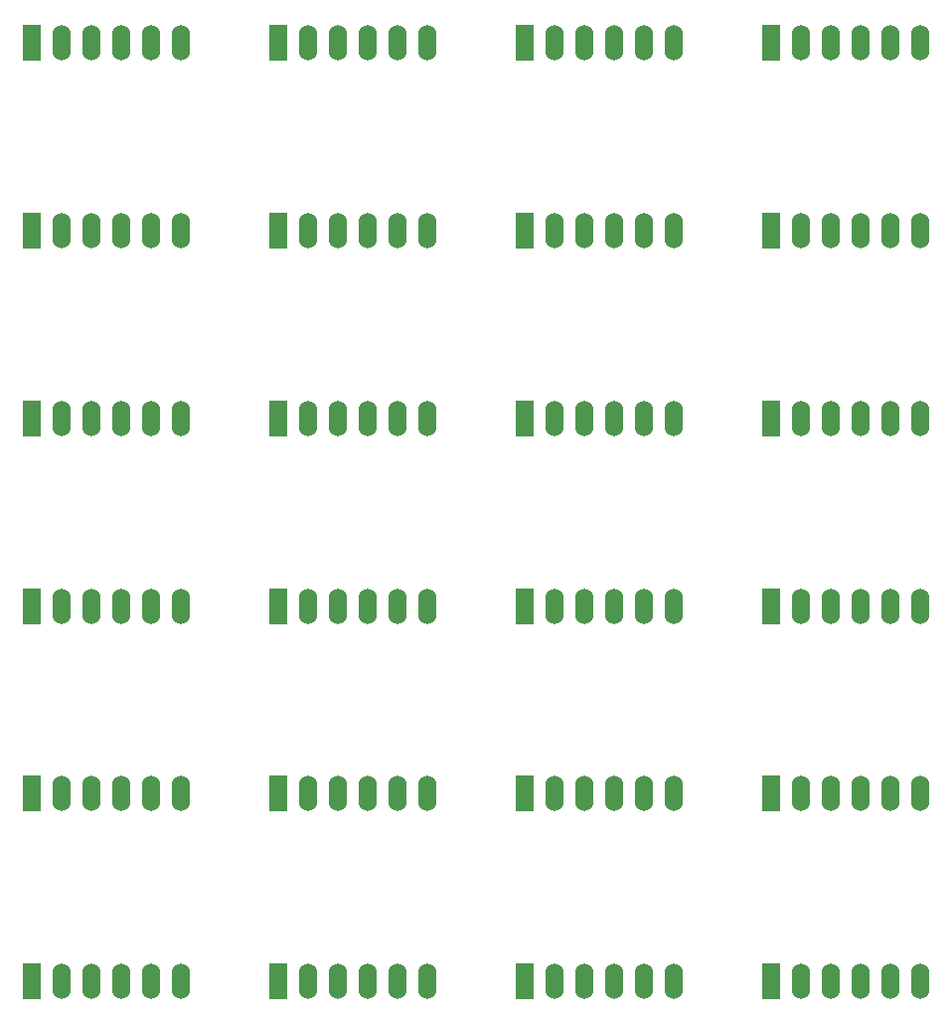
<source format=gbp>
G04 #@! TF.FileFunction,Paste,Bot*
%FSLAX46Y46*%
G04 Gerber Fmt 4.6, Leading zero omitted, Abs format (unit mm)*
G04 Created by KiCad (PCBNEW 4.0.1-stable) date 2017/03/05 0:18:17*
%MOMM*%
G01*
G04 APERTURE LIST*
%ADD10C,0.100000*%
%ADD11R,1.524000X3.048000*%
%ADD12O,1.524000X3.048000*%
G04 APERTURE END LIST*
D10*
D11*
X180650000Y-151000000D03*
D12*
X183190000Y-151000000D03*
X185730000Y-151000000D03*
X188270000Y-151000000D03*
X190810000Y-151000000D03*
X193350000Y-151000000D03*
D11*
X180650000Y-135000000D03*
D12*
X183190000Y-135000000D03*
X185730000Y-135000000D03*
X188270000Y-135000000D03*
X190810000Y-135000000D03*
X193350000Y-135000000D03*
D11*
X138650000Y-135000000D03*
D12*
X141190000Y-135000000D03*
X143730000Y-135000000D03*
X146270000Y-135000000D03*
X148810000Y-135000000D03*
X151350000Y-135000000D03*
D11*
X138650000Y-151000000D03*
D12*
X141190000Y-151000000D03*
X143730000Y-151000000D03*
X146270000Y-151000000D03*
X148810000Y-151000000D03*
X151350000Y-151000000D03*
D11*
X201650000Y-135000000D03*
D12*
X204190000Y-135000000D03*
X206730000Y-135000000D03*
X209270000Y-135000000D03*
X211810000Y-135000000D03*
X214350000Y-135000000D03*
D11*
X201650000Y-151000000D03*
D12*
X204190000Y-151000000D03*
X206730000Y-151000000D03*
X209270000Y-151000000D03*
X211810000Y-151000000D03*
X214350000Y-151000000D03*
D11*
X159650000Y-135000000D03*
D12*
X162190000Y-135000000D03*
X164730000Y-135000000D03*
X167270000Y-135000000D03*
X169810000Y-135000000D03*
X172350000Y-135000000D03*
D11*
X159650000Y-151000000D03*
D12*
X162190000Y-151000000D03*
X164730000Y-151000000D03*
X167270000Y-151000000D03*
X169810000Y-151000000D03*
X172350000Y-151000000D03*
D11*
X201650000Y-119000000D03*
D12*
X204190000Y-119000000D03*
X206730000Y-119000000D03*
X209270000Y-119000000D03*
X211810000Y-119000000D03*
X214350000Y-119000000D03*
D11*
X180650000Y-119000000D03*
D12*
X183190000Y-119000000D03*
X185730000Y-119000000D03*
X188270000Y-119000000D03*
X190810000Y-119000000D03*
X193350000Y-119000000D03*
D11*
X138650000Y-119000000D03*
D12*
X141190000Y-119000000D03*
X143730000Y-119000000D03*
X146270000Y-119000000D03*
X148810000Y-119000000D03*
X151350000Y-119000000D03*
D11*
X159650000Y-119000000D03*
D12*
X162190000Y-119000000D03*
X164730000Y-119000000D03*
X167270000Y-119000000D03*
X169810000Y-119000000D03*
X172350000Y-119000000D03*
D11*
X138650000Y-103000000D03*
D12*
X141190000Y-103000000D03*
X143730000Y-103000000D03*
X146270000Y-103000000D03*
X148810000Y-103000000D03*
X151350000Y-103000000D03*
D11*
X159650000Y-103000000D03*
D12*
X162190000Y-103000000D03*
X164730000Y-103000000D03*
X167270000Y-103000000D03*
X169810000Y-103000000D03*
X172350000Y-103000000D03*
D11*
X180650000Y-103000000D03*
D12*
X183190000Y-103000000D03*
X185730000Y-103000000D03*
X188270000Y-103000000D03*
X190810000Y-103000000D03*
X193350000Y-103000000D03*
D11*
X201650000Y-103000000D03*
D12*
X204190000Y-103000000D03*
X206730000Y-103000000D03*
X209270000Y-103000000D03*
X211810000Y-103000000D03*
X214350000Y-103000000D03*
D11*
X138650000Y-103000000D03*
D12*
X141190000Y-103000000D03*
X143730000Y-103000000D03*
X146270000Y-103000000D03*
X148810000Y-103000000D03*
X151350000Y-103000000D03*
D11*
X138650000Y-87000000D03*
D12*
X141190000Y-87000000D03*
X143730000Y-87000000D03*
X146270000Y-87000000D03*
X148810000Y-87000000D03*
X151350000Y-87000000D03*
D11*
X159650000Y-87000000D03*
D12*
X162190000Y-87000000D03*
X164730000Y-87000000D03*
X167270000Y-87000000D03*
X169810000Y-87000000D03*
X172350000Y-87000000D03*
D11*
X180650000Y-87000000D03*
D12*
X183190000Y-87000000D03*
X185730000Y-87000000D03*
X188270000Y-87000000D03*
X190810000Y-87000000D03*
X193350000Y-87000000D03*
D11*
X201650000Y-87000000D03*
D12*
X204190000Y-87000000D03*
X206730000Y-87000000D03*
X209270000Y-87000000D03*
X211810000Y-87000000D03*
X214350000Y-87000000D03*
D11*
X138650000Y-71000000D03*
D12*
X141190000Y-71000000D03*
X143730000Y-71000000D03*
X146270000Y-71000000D03*
X148810000Y-71000000D03*
X151350000Y-71000000D03*
D11*
X159650000Y-71000000D03*
D12*
X162190000Y-71000000D03*
X164730000Y-71000000D03*
X167270000Y-71000000D03*
X169810000Y-71000000D03*
X172350000Y-71000000D03*
D11*
X180650000Y-71000000D03*
D12*
X183190000Y-71000000D03*
X185730000Y-71000000D03*
X188270000Y-71000000D03*
X190810000Y-71000000D03*
X193350000Y-71000000D03*
D11*
X201650000Y-71000000D03*
D12*
X204190000Y-71000000D03*
X206730000Y-71000000D03*
X209270000Y-71000000D03*
X211810000Y-71000000D03*
X214350000Y-71000000D03*
M02*

</source>
